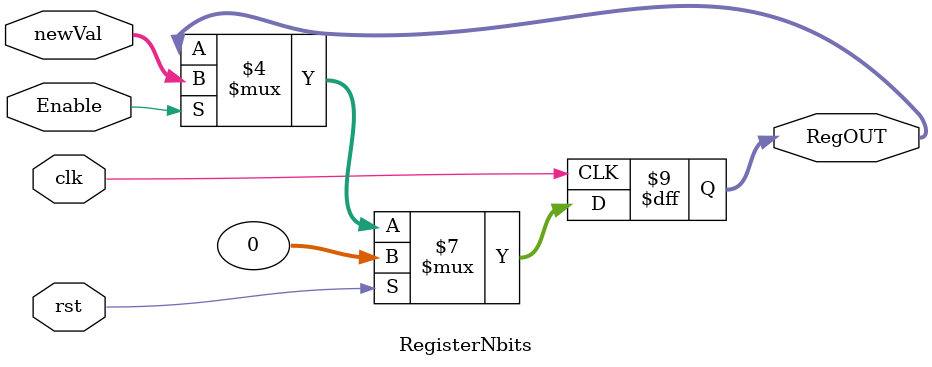
<source format=v>

module RegisterNbits 
                #
                (
                    parameter Nbits = 32
                )
                (
                    input wire clk,
                    input wire rst,
                    input wire [Nbits-1:0]newVal,
                    input wire Enable,
                    output reg [Nbits-1:0]RegOUT
                );



always @(posedge clk) 
    begin
        if(rst == 1)
            RegOUT <= 0;
        else
            begin
                if(Enable == 1)
                    RegOUT <= newVal;
            end
    end
    
endmodule
</source>
